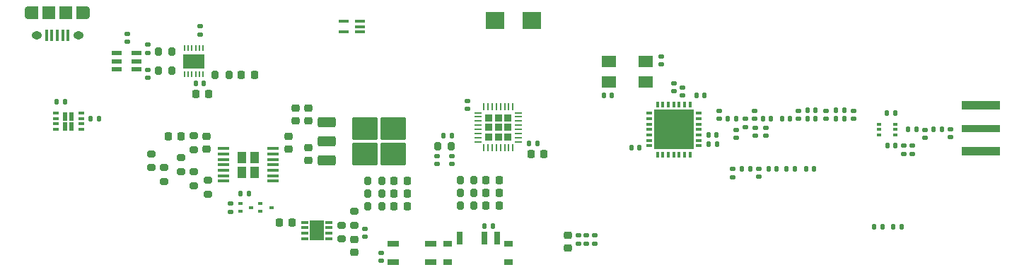
<source format=gbr>
%TF.GenerationSoftware,KiCad,Pcbnew,7.0.5*%
%TF.CreationDate,2023-07-23T12:45:18-06:00*%
%TF.ProjectId,CAN-USB RF Module,43414e2d-5553-4422-9052-46204d6f6475,rev?*%
%TF.SameCoordinates,Original*%
%TF.FileFunction,Paste,Top*%
%TF.FilePolarity,Positive*%
%FSLAX46Y46*%
G04 Gerber Fmt 4.6, Leading zero omitted, Abs format (unit mm)*
G04 Created by KiCad (PCBNEW 7.0.5) date 2023-07-23 12:45:18*
%MOMM*%
%LPD*%
G01*
G04 APERTURE LIST*
G04 Aperture macros list*
%AMRoundRect*
0 Rectangle with rounded corners*
0 $1 Rounding radius*
0 $2 $3 $4 $5 $6 $7 $8 $9 X,Y pos of 4 corners*
0 Add a 4 corners polygon primitive as box body*
4,1,4,$2,$3,$4,$5,$6,$7,$8,$9,$2,$3,0*
0 Add four circle primitives for the rounded corners*
1,1,$1+$1,$2,$3*
1,1,$1+$1,$4,$5*
1,1,$1+$1,$6,$7*
1,1,$1+$1,$8,$9*
0 Add four rect primitives between the rounded corners*
20,1,$1+$1,$2,$3,$4,$5,0*
20,1,$1+$1,$4,$5,$6,$7,0*
20,1,$1+$1,$6,$7,$8,$9,0*
20,1,$1+$1,$8,$9,$2,$3,0*%
G04 Aperture macros list end*
%ADD10RoundRect,0.135000X0.135000X0.185000X-0.135000X0.185000X-0.135000X-0.185000X0.135000X-0.185000X0*%
%ADD11RoundRect,0.140000X-0.170000X0.140000X-0.170000X-0.140000X0.170000X-0.140000X0.170000X0.140000X0*%
%ADD12RoundRect,0.218750X0.218750X0.256250X-0.218750X0.256250X-0.218750X-0.256250X0.218750X-0.256250X0*%
%ADD13RoundRect,0.135000X-0.185000X0.135000X-0.185000X-0.135000X0.185000X-0.135000X0.185000X0.135000X0*%
%ADD14RoundRect,0.147500X-0.147500X-0.172500X0.147500X-0.172500X0.147500X0.172500X-0.147500X0.172500X0*%
%ADD15RoundRect,0.140000X0.170000X-0.140000X0.170000X0.140000X-0.170000X0.140000X-0.170000X-0.140000X0*%
%ADD16RoundRect,0.200000X0.200000X0.275000X-0.200000X0.275000X-0.200000X-0.275000X0.200000X-0.275000X0*%
%ADD17RoundRect,0.140000X-0.140000X-0.170000X0.140000X-0.170000X0.140000X0.170000X-0.140000X0.170000X0*%
%ADD18RoundRect,0.140000X0.140000X0.170000X-0.140000X0.170000X-0.140000X-0.170000X0.140000X-0.170000X0*%
%ADD19RoundRect,0.200000X0.275000X-0.200000X0.275000X0.200000X-0.275000X0.200000X-0.275000X-0.200000X0*%
%ADD20R,0.600000X0.420000*%
%ADD21RoundRect,0.200000X-0.200000X-0.275000X0.200000X-0.275000X0.200000X0.275000X-0.200000X0.275000X0*%
%ADD22RoundRect,0.200000X-0.275000X0.200000X-0.275000X-0.200000X0.275000X-0.200000X0.275000X0.200000X0*%
%ADD23RoundRect,0.135000X-0.135000X-0.185000X0.135000X-0.185000X0.135000X0.185000X-0.135000X0.185000X0*%
%ADD24R,0.510000X0.400000*%
%ADD25RoundRect,0.147500X-0.172500X0.147500X-0.172500X-0.147500X0.172500X-0.147500X0.172500X0.147500X0*%
%ADD26RoundRect,0.225000X-0.250000X0.225000X-0.250000X-0.225000X0.250000X-0.225000X0.250000X0.225000X0*%
%ADD27RoundRect,0.225000X-0.225000X-0.250000X0.225000X-0.250000X0.225000X0.250000X-0.225000X0.250000X0*%
%ADD28RoundRect,0.225000X0.250000X-0.225000X0.250000X0.225000X-0.250000X0.225000X-0.250000X-0.225000X0*%
%ADD29RoundRect,0.225000X0.225000X0.250000X-0.225000X0.250000X-0.225000X-0.250000X0.225000X-0.250000X0*%
%ADD30O,0.890000X1.550000*%
%ADD31O,1.250000X0.950000*%
%ADD32R,0.400000X1.350000*%
%ADD33R,1.200000X1.550000*%
%ADD34R,1.500000X1.550000*%
%ADD35R,0.807999X0.305600*%
%ADD36R,1.752600X2.489200*%
%ADD37R,2.200000X2.150000*%
%ADD38R,1.000000X0.800000*%
%ADD39R,0.700000X1.500000*%
%ADD40R,1.450000X0.450000*%
%ADD41R,1.100000X1.400000*%
%ADD42R,1.200000X0.400000*%
%ADD43RoundRect,0.218750X-0.218750X-0.256250X0.218750X-0.256250X0.218750X0.256250X-0.218750X0.256250X0*%
%ADD44R,4.560000X0.850000*%
%ADD45R,4.560000X1.000000*%
%ADD46RoundRect,0.250000X-0.850000X-0.350000X0.850000X-0.350000X0.850000X0.350000X-0.850000X0.350000X0*%
%ADD47RoundRect,0.250000X-1.275000X-1.125000X1.275000X-1.125000X1.275000X1.125000X-1.275000X1.125000X0*%
%ADD48R,1.200000X0.600000*%
%ADD49R,0.600000X1.000000*%
%ADD50R,0.650000X0.350000*%
%ADD51RoundRect,0.232500X-0.232500X-0.232500X0.232500X-0.232500X0.232500X0.232500X-0.232500X0.232500X0*%
%ADD52RoundRect,0.062500X-0.375000X-0.062500X0.375000X-0.062500X0.375000X0.062500X-0.375000X0.062500X0*%
%ADD53RoundRect,0.062500X-0.062500X-0.375000X0.062500X-0.375000X0.062500X0.375000X-0.062500X0.375000X0*%
%ADD54R,1.391400X0.710400*%
%ADD55R,0.300000X0.750000*%
%ADD56R,0.750000X0.300000*%
%ADD57R,4.800000X4.800000*%
%ADD58R,1.800000X1.400000*%
%ADD59R,0.250000X0.650000*%
%ADD60R,2.500000X1.700000*%
G04 APERTURE END LIST*
D10*
%TO.C,R16*%
X102730000Y-109290000D03*
X101710000Y-109290000D03*
%TD*%
D11*
%TO.C,C20*%
X161055600Y-101628000D03*
X161055600Y-102588000D03*
%TD*%
D12*
%TO.C,D7*%
X121691500Y-110814000D03*
X120116500Y-110814000D03*
%TD*%
D13*
%TO.C,R7*%
X182152600Y-103503000D03*
X182152600Y-104523000D03*
%TD*%
D14*
%TO.C,L5*%
X169610600Y-100330000D03*
X170580600Y-100330000D03*
%TD*%
D15*
%TO.C,C15*%
X154606600Y-97523000D03*
X154606600Y-96563000D03*
%TD*%
D11*
%TO.C,C25*%
X163789000Y-106318718D03*
X163789000Y-107278718D03*
%TD*%
D13*
%TO.C,R6*%
X181121600Y-103503000D03*
X181121600Y-104523000D03*
%TD*%
D16*
%TO.C,R3*%
X93535000Y-92278500D03*
X91885000Y-92278500D03*
%TD*%
D11*
%TO.C,C58*%
X143129000Y-114300000D03*
X143129000Y-115260000D03*
%TD*%
D17*
%TO.C,C28*%
X164967800Y-106334800D03*
X165927800Y-106334800D03*
%TD*%
D15*
%TO.C,C16*%
X153590600Y-97015000D03*
X153590600Y-96055000D03*
%TD*%
D18*
%TO.C,C34*%
X180077600Y-99641000D03*
X179117600Y-99641000D03*
%TD*%
D15*
%TO.C,C31*%
X159023600Y-100302000D03*
X159023600Y-99342000D03*
%TD*%
D19*
%TO.C,R13*%
X115382999Y-113060001D03*
X115382999Y-111410001D03*
%TD*%
D15*
%TO.C,C37*%
X183661600Y-102588000D03*
X183661600Y-101628000D03*
%TD*%
D20*
%TO.C,U6*%
X178200600Y-100950000D03*
X178200600Y-101600000D03*
X178200600Y-102250000D03*
X180100600Y-102250000D03*
X180100600Y-101600000D03*
X180100600Y-100950000D03*
%TD*%
D21*
%TO.C,R21*%
X116968000Y-110814000D03*
X118618000Y-110814000D03*
%TD*%
D22*
%TO.C,R11*%
X91059000Y-104528000D03*
X91059000Y-106178000D03*
%TD*%
D16*
%TO.C,FB1*%
X126967500Y-103604000D03*
X125317500Y-103604000D03*
%TD*%
D11*
%TO.C,C1*%
X118547101Y-116403000D03*
X118547101Y-117363000D03*
%TD*%
D23*
%TO.C,R9*%
X177546000Y-113284000D03*
X178566000Y-113284000D03*
%TD*%
D15*
%TO.C,C12*%
X90632000Y-95425500D03*
X90632000Y-94465500D03*
%TD*%
D22*
%TO.C,R18*%
X96139000Y-106687000D03*
X96139000Y-108337000D03*
%TD*%
D17*
%TO.C,C14*%
X156285600Y-97551000D03*
X157245600Y-97551000D03*
%TD*%
D24*
%TO.C,Q2*%
X104115000Y-110441000D03*
X104115000Y-111441000D03*
X105405000Y-110941000D03*
%TD*%
D19*
%TO.C,R12*%
X113858999Y-114711001D03*
X113858999Y-113061001D03*
%TD*%
D13*
%TO.C,R15*%
X100569000Y-110431000D03*
X100569000Y-111451000D03*
%TD*%
D25*
%TO.C,L2*%
X162175600Y-100353000D03*
X162175600Y-101323000D03*
%TD*%
D26*
%TO.C,C44*%
X115382999Y-114762001D03*
X115382999Y-116312001D03*
%TD*%
D21*
%TO.C,R30*%
X116967000Y-109290000D03*
X118617000Y-109290000D03*
%TD*%
D27*
%TO.C,C9*%
X96380000Y-97358500D03*
X97930000Y-97358500D03*
%TD*%
D23*
%TO.C,R5*%
X167046000Y-106334800D03*
X168066000Y-106334800D03*
%TD*%
D15*
%TO.C,C38*%
X186709600Y-102547600D03*
X186709600Y-101587600D03*
%TD*%
D12*
%TO.C,D9*%
X132677500Y-109220000D03*
X131102500Y-109220000D03*
%TD*%
D11*
%TO.C,C30*%
X171850600Y-99342000D03*
X171850600Y-100302000D03*
%TD*%
D19*
%TO.C,R19*%
X96139000Y-104019000D03*
X96139000Y-102369000D03*
%TD*%
D15*
%TO.C,C8*%
X96901000Y-90218500D03*
X96901000Y-89258500D03*
%TD*%
%TO.C,C43*%
X116652999Y-114493001D03*
X116652999Y-113533001D03*
%TD*%
D12*
%TO.C,D4*%
X132677500Y-110744000D03*
X131102500Y-110744000D03*
%TD*%
D28*
%TO.C,C52*%
X109855000Y-105296000D03*
X109855000Y-103746000D03*
%TD*%
D11*
%TO.C,C24*%
X164588600Y-101374000D03*
X164588600Y-102334000D03*
%TD*%
%TO.C,C22*%
X160614000Y-106346718D03*
X160614000Y-107306718D03*
%TD*%
D18*
%TO.C,C39*%
X84760500Y-100294000D03*
X83800500Y-100294000D03*
%TD*%
%TO.C,C50*%
X146196600Y-97536000D03*
X145236600Y-97536000D03*
%TD*%
D28*
%TO.C,C41*%
X107442000Y-103956000D03*
X107442000Y-102406000D03*
%TD*%
D11*
%TO.C,C51*%
X175152600Y-99342000D03*
X175152600Y-100302000D03*
%TD*%
D17*
%TO.C,C10*%
X96393000Y-96088500D03*
X97353000Y-96088500D03*
%TD*%
D28*
%TO.C,C48*%
X97663000Y-103969000D03*
X97663000Y-102419000D03*
%TD*%
D18*
%TO.C,C29*%
X170552600Y-99273600D03*
X169592600Y-99273600D03*
%TD*%
D29*
%TO.C,C42*%
X107885499Y-112743001D03*
X106335499Y-112743001D03*
%TD*%
D30*
%TO.C,J2*%
X83296000Y-87597000D03*
D31*
X82296000Y-90297000D03*
X77296000Y-90297000D03*
D30*
X76296000Y-87597000D03*
D32*
X81096000Y-90297000D03*
X80446000Y-90297000D03*
X79796000Y-90297000D03*
X79146000Y-90297000D03*
X78496000Y-90297000D03*
D33*
X82696000Y-87597000D03*
D34*
X80796000Y-87597000D03*
X78796000Y-87597000D03*
D33*
X76896000Y-87597000D03*
%TD*%
D35*
%TO.C,U9*%
X112304799Y-114692999D03*
X112304799Y-114043001D03*
X112304799Y-113392999D03*
X112304799Y-112743001D03*
X109413999Y-112743001D03*
X109413999Y-113392999D03*
X109413999Y-114043001D03*
X109413999Y-114692999D03*
D36*
X110859399Y-113718000D03*
%TD*%
D18*
%TO.C,C40*%
X80696500Y-98319000D03*
X79736500Y-98319000D03*
%TD*%
D37*
%TO.C,D1*%
X132166000Y-88519000D03*
X136566000Y-88519000D03*
%TD*%
D18*
%TO.C,C17*%
X149498600Y-103774000D03*
X148538600Y-103774000D03*
%TD*%
D14*
%TO.C,L7*%
X184700600Y-101600000D03*
X185670600Y-101600000D03*
%TD*%
%TO.C,L4*%
X166562600Y-100330000D03*
X167532600Y-100330000D03*
%TD*%
D17*
%TO.C,C19*%
X157790000Y-103378000D03*
X158750000Y-103378000D03*
%TD*%
D16*
%TO.C,R4*%
X93535000Y-94564500D03*
X91885000Y-94564500D03*
%TD*%
D38*
%TO.C,SW2*%
X126525000Y-115298000D03*
X126525000Y-117508000D03*
X133825000Y-115298000D03*
X133825000Y-117508000D03*
D39*
X127925000Y-114648000D03*
X130925000Y-114648000D03*
X132425000Y-114648000D03*
%TD*%
D22*
%TO.C,R22*%
X92583000Y-106179000D03*
X92583000Y-107829000D03*
%TD*%
D40*
%TO.C,U8*%
X99698000Y-103892000D03*
X99698000Y-104542000D03*
X99698000Y-105192000D03*
X99698000Y-105842000D03*
X99698000Y-106492000D03*
X99698000Y-107142000D03*
X99698000Y-107792000D03*
X105598000Y-107792000D03*
X105598000Y-107142000D03*
X105598000Y-106492000D03*
X105598000Y-105842000D03*
X105598000Y-105192000D03*
X105598000Y-104542000D03*
X105598000Y-103892000D03*
D41*
X101898000Y-104942000D03*
X101898000Y-106742000D03*
X103398000Y-104942000D03*
X103398000Y-106742000D03*
%TD*%
D16*
%TO.C,R26*%
X129667000Y-107696000D03*
X128017000Y-107696000D03*
%TD*%
D42*
%TO.C,IC1*%
X116012000Y-89931000D03*
X116012000Y-89281000D03*
X116012000Y-88631000D03*
X114112000Y-88631000D03*
X114112000Y-89931000D03*
%TD*%
D17*
%TO.C,C32*%
X169412800Y-106334800D03*
X170372800Y-106334800D03*
%TD*%
D43*
%TO.C,D2*%
X101828500Y-95072500D03*
X103403500Y-95072500D03*
%TD*%
D11*
%TO.C,C55*%
X144145000Y-114300000D03*
X144145000Y-115260000D03*
%TD*%
D26*
%TO.C,C56*%
X140906500Y-114259000D03*
X140906500Y-115809000D03*
%TD*%
D44*
%TO.C,J3*%
X190359500Y-101470250D03*
D45*
X190359500Y-104240250D03*
X190359500Y-98700250D03*
%TD*%
D16*
%TO.C,R28*%
X129667000Y-110744000D03*
X128017000Y-110744000D03*
%TD*%
D28*
%TO.C,C53*%
X109855000Y-100597000D03*
X109855000Y-99047000D03*
%TD*%
D46*
%TO.C,U2*%
X112014000Y-100717000D03*
X112014000Y-102997000D03*
D47*
X116639000Y-101472000D03*
X116639000Y-104522000D03*
X119989000Y-101472000D03*
X119989000Y-104522000D03*
D46*
X112014000Y-105277000D03*
%TD*%
D15*
%TO.C,C21*%
X163237600Y-100302000D03*
X163237600Y-99342000D03*
%TD*%
D12*
%TO.C,D10*%
X132677500Y-107696000D03*
X131102500Y-107696000D03*
%TD*%
D27*
%TO.C,C2*%
X136512000Y-104521000D03*
X138062000Y-104521000D03*
%TD*%
D48*
%TO.C,D3*%
X89242000Y-94371500D03*
X89242000Y-93421500D03*
X89242000Y-92471500D03*
X86942000Y-92471500D03*
X86942000Y-93421500D03*
X86942000Y-94371500D03*
%TD*%
D16*
%TO.C,R27*%
X129667000Y-109220000D03*
X128017000Y-109220000D03*
%TD*%
D15*
%TO.C,C3*%
X128936500Y-99131000D03*
X128936500Y-98171000D03*
%TD*%
D22*
%TO.C,R10*%
X94615000Y-104973000D03*
X94615000Y-106623000D03*
%TD*%
D11*
%TO.C,C7*%
X125253500Y-104775000D03*
X125253500Y-105735000D03*
%TD*%
D14*
%TO.C,L3*%
X161757000Y-106318718D03*
X162727000Y-106318718D03*
%TD*%
%TO.C,L6*%
X173016600Y-100330000D03*
X173986600Y-100330000D03*
%TD*%
%TO.C,L1*%
X160062600Y-100330000D03*
X161032600Y-100330000D03*
%TD*%
D49*
%TO.C,U3*%
X81521000Y-101217500D03*
X81521000Y-100017500D03*
X80746000Y-101217500D03*
X80746000Y-100017500D03*
D50*
X82683500Y-101592500D03*
X82683500Y-100942500D03*
X82683500Y-100292500D03*
X82683500Y-99642500D03*
X79583500Y-99642500D03*
X79583500Y-100292500D03*
X79583500Y-100942500D03*
X79583500Y-101592500D03*
%TD*%
D15*
%TO.C,C49*%
X152066600Y-93825000D03*
X152066600Y-92865000D03*
%TD*%
D11*
%TO.C,C13*%
X88138000Y-90147500D03*
X88138000Y-91107500D03*
%TD*%
D51*
%TO.C,U1*%
X131445000Y-100196000D03*
X131445000Y-101346000D03*
X131445000Y-102496000D03*
X132595000Y-100196000D03*
X132595000Y-101346000D03*
X132595000Y-102496000D03*
X133745000Y-100196000D03*
X133745000Y-101346000D03*
X133745000Y-102496000D03*
D52*
X130157500Y-99596000D03*
X130157500Y-100096000D03*
X130157500Y-100596000D03*
X130157500Y-101096000D03*
X130157500Y-101596000D03*
X130157500Y-102096000D03*
X130157500Y-102596000D03*
X130157500Y-103096000D03*
D53*
X130845000Y-103783500D03*
X131345000Y-103783500D03*
X131845000Y-103783500D03*
X132345000Y-103783500D03*
X132845000Y-103783500D03*
X133345000Y-103783500D03*
X133845000Y-103783500D03*
X134345000Y-103783500D03*
D52*
X135032500Y-103096000D03*
X135032500Y-102596000D03*
X135032500Y-102096000D03*
X135032500Y-101596000D03*
X135032500Y-101096000D03*
X135032500Y-100596000D03*
X135032500Y-100096000D03*
X135032500Y-99596000D03*
D53*
X134345000Y-98908500D03*
X133845000Y-98908500D03*
X133345000Y-98908500D03*
X132845000Y-98908500D03*
X132345000Y-98908500D03*
X131845000Y-98908500D03*
X131345000Y-98908500D03*
X130845000Y-98908500D03*
%TD*%
D11*
%TO.C,C26*%
X163318600Y-101374000D03*
X163318600Y-102334000D03*
%TD*%
D43*
%TO.C,D5*%
X93065500Y-102432000D03*
X94640500Y-102432000D03*
%TD*%
D54*
%TO.C,SW1*%
X119972303Y-115275000D03*
X124487899Y-115275000D03*
X119972303Y-117475000D03*
X124487899Y-117475000D03*
%TD*%
D23*
%TO.C,R8*%
X179832000Y-113284000D03*
X180852000Y-113284000D03*
%TD*%
D24*
%TO.C,Q1*%
X101702000Y-110441000D03*
X101702000Y-111441000D03*
X102992000Y-110941000D03*
%TD*%
D55*
%TO.C,U5*%
X155540600Y-98640000D03*
X154890600Y-98640000D03*
X154240600Y-98640000D03*
X153590600Y-98640000D03*
X152940600Y-98640000D03*
X152290600Y-98640000D03*
X151640600Y-98640000D03*
D56*
X150615600Y-99665000D03*
X150615600Y-100315000D03*
X150615600Y-100965000D03*
X150615600Y-101615000D03*
X150615600Y-102265000D03*
X150615600Y-102915000D03*
X150615600Y-103565000D03*
D55*
X151640600Y-104590000D03*
X152290600Y-104590000D03*
X152940600Y-104590000D03*
X153590600Y-104590000D03*
X154240600Y-104590000D03*
X154890600Y-104590000D03*
X155540600Y-104590000D03*
D56*
X156565600Y-103565000D03*
X156565600Y-102915000D03*
X156565600Y-102265000D03*
X156565600Y-101615000D03*
X156565600Y-100965000D03*
X156565600Y-100315000D03*
X156565600Y-99665000D03*
D57*
X153590600Y-101615000D03*
%TD*%
D11*
%TO.C,C27*%
X168548600Y-99342000D03*
X168548600Y-100302000D03*
%TD*%
%TO.C,C6*%
X127031500Y-104775000D03*
X127031500Y-105735000D03*
%TD*%
D17*
%TO.C,C23*%
X164258600Y-100330000D03*
X165218600Y-100330000D03*
%TD*%
D11*
%TO.C,C57*%
X142176500Y-114300000D03*
X142176500Y-115260000D03*
%TD*%
D18*
%TO.C,C33*%
X173981600Y-99273600D03*
X173021600Y-99273600D03*
%TD*%
%TO.C,C5*%
X127003500Y-102334000D03*
X126043500Y-102334000D03*
%TD*%
D58*
%TO.C,Y1*%
X145817600Y-95885000D03*
X150217600Y-95885000D03*
X150217600Y-93485000D03*
X145817600Y-93485000D03*
%TD*%
D28*
%TO.C,C54*%
X108331000Y-100597000D03*
X108331000Y-99047000D03*
%TD*%
D11*
%TO.C,C11*%
X90632000Y-91443500D03*
X90632000Y-92403500D03*
%TD*%
D21*
%TO.C,R23*%
X116968000Y-107766000D03*
X118618000Y-107766000D03*
%TD*%
D17*
%TO.C,C36*%
X181657600Y-101600000D03*
X182617600Y-101600000D03*
%TD*%
D10*
%TO.C,R1*%
X131953000Y-113157000D03*
X130933000Y-113157000D03*
%TD*%
D59*
%TO.C,U4*%
X95014000Y-94971500D03*
X95464000Y-94971500D03*
X95914000Y-94971500D03*
X96364000Y-94971500D03*
X96814000Y-94971500D03*
X97264000Y-94971500D03*
X97264000Y-91871500D03*
X96814000Y-91871500D03*
X96364000Y-91871500D03*
X95914000Y-91871500D03*
X95464000Y-91871500D03*
X95014000Y-91871500D03*
D60*
X96139000Y-93421500D03*
%TD*%
D18*
%TO.C,C35*%
X180120600Y-103505000D03*
X179160600Y-103505000D03*
%TD*%
D21*
%TO.C,R2*%
X98680000Y-95072500D03*
X100330000Y-95072500D03*
%TD*%
D12*
%TO.C,D8*%
X121691500Y-107766000D03*
X120116500Y-107766000D03*
%TD*%
D17*
%TO.C,C4*%
X136299000Y-103251000D03*
X137259000Y-103251000D03*
%TD*%
D12*
%TO.C,D11*%
X121691500Y-109290000D03*
X120116500Y-109290000D03*
%TD*%
D22*
%TO.C,R24*%
X97790000Y-107703000D03*
X97790000Y-109353000D03*
%TD*%
D17*
%TO.C,C18*%
X157747000Y-102282600D03*
X158707000Y-102282600D03*
%TD*%
M02*

</source>
